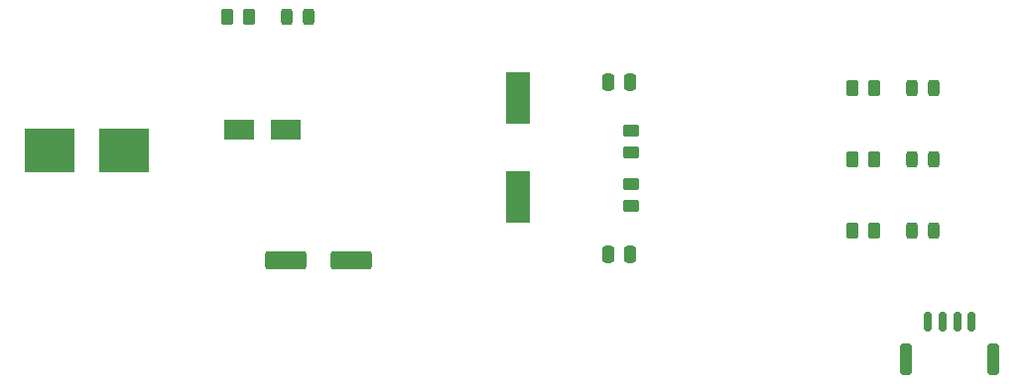
<source format=gtp>
%TF.GenerationSoftware,KiCad,Pcbnew,(6.0.7-1)-1*%
%TF.CreationDate,2022-11-19T17:58:52-08:00*%
%TF.ProjectId,telemetry-pcb,74656c65-6d65-4747-9279-2d7063622e6b,rev?*%
%TF.SameCoordinates,Original*%
%TF.FileFunction,Paste,Top*%
%TF.FilePolarity,Positive*%
%FSLAX46Y46*%
G04 Gerber Fmt 4.6, Leading zero omitted, Abs format (unit mm)*
G04 Created by KiCad (PCBNEW (6.0.7-1)-1) date 2022-11-19 17:58:52*
%MOMM*%
%LPD*%
G01*
G04 APERTURE LIST*
G04 Aperture macros list*
%AMRoundRect*
0 Rectangle with rounded corners*
0 $1 Rounding radius*
0 $2 $3 $4 $5 $6 $7 $8 $9 X,Y pos of 4 corners*
0 Add a 4 corners polygon primitive as box body*
4,1,4,$2,$3,$4,$5,$6,$7,$8,$9,$2,$3,0*
0 Add four circle primitives for the rounded corners*
1,1,$1+$1,$2,$3*
1,1,$1+$1,$4,$5*
1,1,$1+$1,$6,$7*
1,1,$1+$1,$8,$9*
0 Add four rect primitives between the rounded corners*
20,1,$1+$1,$2,$3,$4,$5,0*
20,1,$1+$1,$4,$5,$6,$7,0*
20,1,$1+$1,$6,$7,$8,$9,0*
20,1,$1+$1,$8,$9,$2,$3,0*%
G04 Aperture macros list end*
%ADD10RoundRect,0.250000X-0.250000X-0.475000X0.250000X-0.475000X0.250000X0.475000X-0.250000X0.475000X0*%
%ADD11RoundRect,0.243750X0.243750X0.456250X-0.243750X0.456250X-0.243750X-0.456250X0.243750X-0.456250X0*%
%ADD12RoundRect,0.249999X-0.262501X-0.450001X0.262501X-0.450001X0.262501X0.450001X-0.262501X0.450001X0*%
%ADD13RoundRect,0.249999X0.262501X0.450001X-0.262501X0.450001X-0.262501X-0.450001X0.262501X-0.450001X0*%
%ADD14R,2.000000X4.500000*%
%ADD15RoundRect,0.250000X1.500000X0.550000X-1.500000X0.550000X-1.500000X-0.550000X1.500000X-0.550000X0*%
%ADD16R,2.500000X1.800000*%
%ADD17R,4.241800X3.810000*%
%ADD18RoundRect,0.249999X0.450001X-0.262501X0.450001X0.262501X-0.450001X0.262501X-0.450001X-0.262501X0*%
%ADD19RoundRect,0.150000X-0.150000X-0.700000X0.150000X-0.700000X0.150000X0.700000X-0.150000X0.700000X0*%
%ADD20RoundRect,0.250000X-0.250000X-1.100000X0.250000X-1.100000X0.250000X1.100000X-0.250000X1.100000X0*%
G04 APERTURE END LIST*
D10*
X141569400Y-113855500D03*
X143469400Y-113855500D03*
X141569400Y-99123500D03*
X143469400Y-99123500D03*
D11*
X169364900Y-111823500D03*
X167489900Y-111823500D03*
X169364900Y-105727500D03*
X167489900Y-105727500D03*
X169364900Y-99631500D03*
X167489900Y-99631500D03*
D12*
X162434900Y-111823500D03*
X164259900Y-111823500D03*
X162434900Y-105727500D03*
X164259900Y-105727500D03*
D13*
X164259900Y-99631500D03*
X162434900Y-99631500D03*
D14*
X133883400Y-108961500D03*
X133883400Y-100461500D03*
D15*
X119665400Y-114363500D03*
X114065400Y-114363500D03*
D16*
X114039400Y-103187500D03*
X110039400Y-103187500D03*
D17*
X93865700Y-104965500D03*
X100241100Y-104965500D03*
D11*
X116024900Y-93535500D03*
X114149900Y-93535500D03*
D18*
X143535400Y-109688000D03*
X143535400Y-107863000D03*
D12*
X109094900Y-93535500D03*
X110919900Y-93535500D03*
D18*
X143535400Y-105116000D03*
X143535400Y-103291000D03*
D19*
X168838400Y-119625500D03*
X170088400Y-119625500D03*
X171338400Y-119625500D03*
X172588400Y-119625500D03*
D20*
X166988400Y-122825500D03*
X174438400Y-122825500D03*
M02*

</source>
